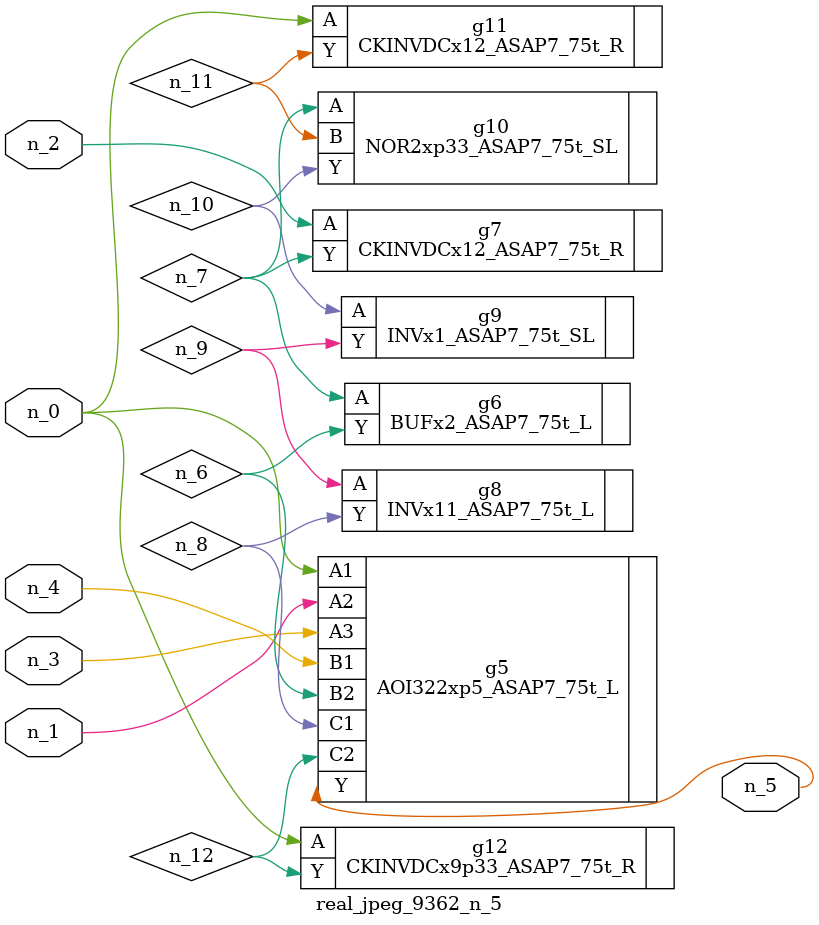
<source format=v>
module real_jpeg_9362_n_5 (n_4, n_0, n_1, n_2, n_3, n_5);

input n_4;
input n_0;
input n_1;
input n_2;
input n_3;

output n_5;

wire n_12;
wire n_8;
wire n_11;
wire n_6;
wire n_7;
wire n_10;
wire n_9;

AOI322xp5_ASAP7_75t_L g5 ( 
.A1(n_0),
.A2(n_1),
.A3(n_3),
.B1(n_4),
.B2(n_6),
.C1(n_8),
.C2(n_12),
.Y(n_5)
);

CKINVDCx12_ASAP7_75t_R g11 ( 
.A(n_0),
.Y(n_11)
);

CKINVDCx9p33_ASAP7_75t_R g12 ( 
.A(n_0),
.Y(n_12)
);

CKINVDCx12_ASAP7_75t_R g7 ( 
.A(n_2),
.Y(n_7)
);

BUFx2_ASAP7_75t_L g6 ( 
.A(n_7),
.Y(n_6)
);

NOR2xp33_ASAP7_75t_SL g10 ( 
.A(n_7),
.B(n_11),
.Y(n_10)
);

INVx11_ASAP7_75t_L g8 ( 
.A(n_9),
.Y(n_8)
);

INVx1_ASAP7_75t_SL g9 ( 
.A(n_10),
.Y(n_9)
);


endmodule
</source>
